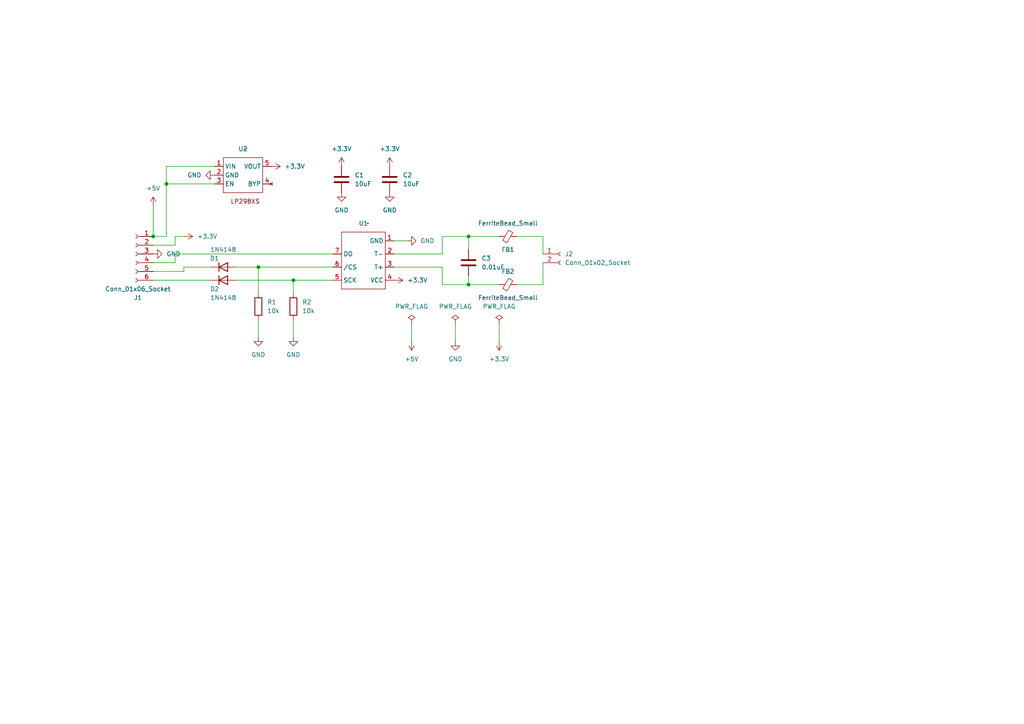
<source format=kicad_sch>
(kicad_sch (version 20230121) (generator eeschema)
  (paper "A4")
  (lib_symbols
    (symbol "Connector:Conn_01x02_Socket" (pin_names (offset 1.016) hide)
      (property "Reference" "J" (at 0 2.54 0))
      (property "Value" "Conn_01x02_Socket" (at 0 -5.08 0))
      (symbol "Conn_01x02_Socket_1_1"
        (arc (start 0 -2.032) (mid -0.5058 -2.54) (end 0 -3.048) (stroke (width 0.1524)))
        (polyline (pts (xy -1.27 -2.54) (xy -0.508 -2.54)) (stroke (width 0.1524)))
        (polyline (pts (xy -1.27 0) (xy -0.508 0)) (stroke (width 0.1524)))
        (arc (start 0 0.508) (mid -0.5058 0) (end 0 -0.508) (stroke (width 0.1524)))
        (pin passive line (at -5.08 0 0) (length 3.81) (name "Pin_1") (number "1"))
        (pin passive line (at -5.08 -2.54 0) (length 3.81) (name "Pin_2") (number "2"))
      )
    )
    (symbol "Connector:Conn_01x06_Socket" (pin_names (offset 1.016) hide)
      (property "Reference" "J" (at 0 7.62 0))
      (property "Value" "Conn_01x06_Socket" (at 0 -10.16 0))
      (symbol "Conn_01x06_Socket_1_1"
        (arc (start 0 -7.112) (mid -0.5058 -7.62) (end 0 -8.128) (stroke (width 0.1524)))
        (arc (start 0 -4.572) (mid -0.5058 -5.08) (end 0 -5.588) (stroke (width 0.1524)))
        (arc (start 0 -2.032) (mid -0.5058 -2.54) (end 0 -3.048) (stroke (width 0.1524)))
        (polyline (pts (xy -1.27 -7.62) (xy -0.508 -7.62)) (stroke (width 0.1524)))
        (polyline (pts (xy -1.27 -5.08) (xy -0.508 -5.08)) (stroke (width 0.1524)))
        (polyline (pts (xy -1.27 -2.54) (xy -0.508 -2.54)) (stroke (width 0.1524)))
        (polyline (pts (xy -1.27 0) (xy -0.508 0)) (stroke (width 0.1524)))
        (polyline (pts (xy -1.27 2.54) (xy -0.508 2.54)) (stroke (width 0.1524)))
        (polyline (pts (xy -1.27 5.08) (xy -0.508 5.08)) (stroke (width 0.1524)))
        (arc (start 0 0.508) (mid -0.5058 0) (end 0 -0.508) (stroke (width 0.1524)))
        (arc (start 0 3.048) (mid -0.5058 2.54) (end 0 2.032) (stroke (width 0.1524)))
        (arc (start 0 5.588) (mid -0.5058 5.08) (end 0 4.572) (stroke (width 0.1524)))
        (pin passive line (at -5.08 5.08 0) (length 3.81) (name "Pin_1") (number "1"))
        (pin passive line (at -5.08 2.54 0) (length 3.81) (name "Pin_2") (number "2"))
        (pin passive line (at -5.08 0 0) (length 3.81) (name "Pin_3") (number "3"))
        (pin passive line (at -5.08 -2.54 0) (length 3.81) (name "Pin_4") (number "4"))
        (pin passive line (at -5.08 -5.08 0) (length 3.81) (name "Pin_5") (number "5"))
        (pin passive line (at -5.08 -7.62 0) (length 3.81) (name "Pin_6") (number "6"))
      )
    )
    (symbol "Device:C" (pin_numbers hide) (pin_names (offset 0.254))
      (property "Reference" "C" (at 0.635 2.54 0))
      (property "Value" "C" (at 0.635 -2.54 0))
      (symbol "C_0_1"
        (polyline (pts (xy -2.032 -0.762) (xy 2.032 -0.762)) (stroke (width 0.508)))
        (polyline (pts (xy -2.032 0.762) (xy 2.032 0.762)) (stroke (width 0.508)))
      )
      (symbol "C_1_1"
        (pin passive line (at 0 3.81 270) (length 2.794) (name "~") (number "1"))
        (pin passive line (at 0 -3.81 90) (length 2.794) (name "~") (number "2"))
      )
    )
    (symbol "Device:D" (pin_numbers hide) (pin_names (offset 1.016) hide)
      (property "Reference" "D" (at 0 2.54 0))
      (property "Value" "D" (at 0 -2.54 0))
      (symbol "D_0_1"
        (polyline (pts (xy -1.27 1.27) (xy -1.27 -1.27)) (stroke (width 0.254)))
        (polyline (pts (xy 1.27 0) (xy -1.27 0)))
        (polyline (pts (xy 1.27 1.27) (xy 1.27 -1.27) (xy -1.27 0) (xy 1.27 1.27)) (stroke (width 0.254)))
      )
      (symbol "D_1_1"
        (pin passive line (at -3.81 0 0) (length 2.54) (name "K") (number "1"))
        (pin passive line (at 3.81 0 180) (length 2.54) (name "A") (number "2"))
      )
    )
    (symbol "Device:FerriteBead_Small" (pin_numbers hide) (pin_names (offset 0))
      (property "Reference" "FB" (at 1.905 1.27 0))
      (property "Value" "FerriteBead_Small" (at 1.905 -1.27 0))
      (symbol "FerriteBead_Small_0_1"
        (polyline (pts (xy 0 -1.27) (xy 0 -0.7874)))
        (polyline (pts (xy 0 0.889) (xy 0 1.2954)))
        (polyline (pts (xy -1.8288 0.2794) (xy -1.1176 1.4986) (xy 1.8288 -0.2032) (xy 1.1176 -1.4224) (xy -1.8288 0.2794)))
      )
      (symbol "FerriteBead_Small_1_1"
        (pin passive line (at 0 2.54 270) (length 1.27) (name "~") (number "1"))
        (pin passive line (at 0 -2.54 90) (length 1.27) (name "~") (number "2"))
      )
    )
    (symbol "Device:R" (pin_numbers hide) (pin_names (offset 0))
      (property "Reference" "R" (at 2.032 0 90))
      (property "Value" "R" (at 0 0 90))
      (symbol "R_0_1"
        (rectangle (start -1.016 -2.54) (end 1.016 2.54) (stroke (width 0.254)))
      )
      (symbol "R_1_1"
        (pin passive line (at 0 3.81 270) (length 1.27) (name "~") (number "1"))
        (pin passive line (at 0 -3.81 90) (length 1.27) (name "~") (number "2"))
      )
    )
    (symbol "LP298XS:LP298XS"
      (property "Reference" "U" (at 0 0 0))
      (symbol "LP298XS_0_1"
        (rectangle (start -6.35 -2.54) (end 5.08 -12.7))
      )
      (symbol "LP298XS_1_1"
        (text "LP298XS" (at 0 -15.24 0) (effects (font (size 1.27 1.27))))
        (pin power_in line (at -8.89 -5.08 0) (length 2.54) (name "VIN") (number "1"))
        (pin power_in line (at -8.89 -7.62 0) (length 2.54) (name "GND") (number "2"))
        (pin power_in line (at -8.89 -10.16 0) (length 2.54) (name "EN") (number "3"))
        (pin no_connect line (at 7.62 -10.16 180) (length 2.54) (name "BYP") (number "4"))
        (pin power_in line (at 7.62 -5.08 180) (length 2.54) (name "VOUT") (number "5"))
      )
    )
    (symbol "MAX31855:MAX31855"
      (property "Reference" "U" (at 0 0 0))
      (symbol "MAX31855_0_1"
        (rectangle (start -5.08 -2.54) (end 7.62 -19.05))
      )
      (symbol "MAX31855_1_1"
        (pin power_in line (at -7.62 -5.08 0) (length 2.54) (name "GND") (number "1"))
        (pin input line (at -7.62 -8.89 0) (length 2.54) (name "T-") (number "2"))
        (pin output line (at -7.62 -12.7 0) (length 2.54) (name "T+") (number "3"))
        (pin power_in line (at -7.62 -16.51 0) (length 2.54) (name "VCC") (number "4"))
        (pin input line (at 10.16 -16.51 180) (length 2.54) (name "SCK") (number "5"))
        (pin input line (at 10.16 -12.7 180) (length 2.54) (name "/CS") (number "6"))
        (pin output line (at 10.16 -8.89 180) (length 2.54) (name "DO") (number "7"))
      )
    )
    (symbol "power:+3.3V" (power) (pin_names (offset 0))
      (property "Value" "+3.3V" (at 0 3.556 0))
      (symbol "+3.3V_0_1"
        (polyline (pts (xy -0.762 1.27) (xy 0 2.54)))
        (polyline (pts (xy 0 0) (xy 0 2.54)))
        (polyline (pts (xy 0 2.54) (xy 0.762 1.27)))
      )
      (symbol "+3.3V_1_1"
        (pin power_in line (at 0 0 90) (length 0) hide (name "+3.3V") (number "1"))
      )
    )
    (symbol "power:+5V" (power) (pin_names (offset 0))
      (property "Value" "+5V" (at 0 3.556 0))
      (symbol "+5V_0_1"
        (polyline (pts (xy -0.762 1.27) (xy 0 2.54)))
        (polyline (pts (xy 0 0) (xy 0 2.54)))
        (polyline (pts (xy 0 2.54) (xy 0.762 1.27)))
      )
      (symbol "+5V_1_1"
        (pin power_in line (at 0 0 90) (length 0) hide (name "+5V") (number "1"))
      )
    )
    (symbol "power:GND" (power) (pin_names (offset 0))
      (property "Value" "GND" (at 0 -3.81 0))
      (symbol "GND_0_1"
        (polyline (pts (xy 0 0) (xy 0 -1.27) (xy 1.27 -1.27) (xy 0 -2.54) (xy -1.27 -1.27) (xy 0 -1.27)))
      )
      (symbol "GND_1_1"
        (pin power_in line (at 0 0 270) (length 0) hide (name "GND") (number "1"))
      )
    )
    (symbol "power:PWR_FLAG" (power) (pin_numbers hide) (pin_names (offset 0) hide)
      (property "Value" "PWR_FLAG" (at 0 3.81 0))
      (symbol "PWR_FLAG_0_0"
        (pin power_out line (at 0 0 90) (length 0) (name "pwr") (number "1"))
      )
      (symbol "PWR_FLAG_0_1"
        (polyline (pts (xy 0 0) (xy 0 1.27) (xy -1.016 1.905) (xy 0 2.54) (xy 1.016 1.905) (xy 0 1.27)))
      )
    )
  )
  (junction (at 85.09 81.28))
  (junction (at 44.45 68.58))
  (junction (at 48.26 53.34))
  (junction (at 135.89 68.58))
  (junction (at 135.89 82.55))
  (junction (at 74.93 77.47))
  (wire (pts (xy 74.93 92.71) (xy 74.93 97.79)))
  (wire (pts (xy 135.89 68.58) (xy 144.78 68.58)))
  (wire (pts (xy 50.8 71.12) (xy 50.8 68.58)))
  (wire (pts (xy 48.26 53.34) (xy 62.23 53.34)))
  (wire (pts (xy 53.34 77.47) (xy 53.34 78.74)))
  (wire (pts (xy 43.18 68.58) (xy 44.45 68.58)))
  (wire (pts (xy 44.45 76.2) (xy 50.8 76.2)))
  (wire (pts (xy 74.93 77.47) (xy 74.93 85.09)))
  (wire (pts (xy 132.08 93.98) (xy 132.08 99.06)))
  (wire (pts (xy 68.58 77.47) (xy 74.93 77.47)))
  (wire (pts (xy 135.89 68.58) (xy 135.89 72.39)))
  (wire (pts (xy 48.26 48.26) (xy 62.23 48.26)))
  (wire (pts (xy 128.27 82.55) (xy 135.89 82.55)))
  (wire (pts (xy 128.27 73.66) (xy 114.3 73.66)))
  (wire (pts (xy 128.27 68.58) (xy 128.27 73.66)))
  (wire (pts (xy 135.89 82.55) (xy 144.78 82.55)))
  (wire (pts (xy 114.3 69.85) (xy 118.11 69.85)))
  (wire (pts (xy 50.8 73.66) (xy 96.52 73.66)))
  (wire (pts (xy 85.09 81.28) (xy 85.09 85.09)))
  (wire (pts (xy 119.38 93.98) (xy 119.38 99.06)))
  (wire (pts (xy 144.78 93.98) (xy 144.78 99.06)))
  (wire (pts (xy 74.93 77.47) (xy 96.52 77.47)))
  (wire (pts (xy 44.45 68.58) (xy 48.26 68.58)))
  (wire (pts (xy 53.34 78.74) (xy 44.45 78.74)))
  (wire (pts (xy 50.8 76.2) (xy 50.8 73.66)))
  (wire (pts (xy 157.48 68.58) (xy 157.48 73.66)))
  (wire (pts (xy 44.45 71.12) (xy 50.8 71.12)))
  (wire (pts (xy 128.27 68.58) (xy 135.89 68.58)))
  (wire (pts (xy 85.09 92.71) (xy 85.09 97.79)))
  (wire (pts (xy 114.3 77.47) (xy 128.27 77.47)))
  (wire (pts (xy 44.45 81.28) (xy 60.96 81.28)))
  (wire (pts (xy 44.45 59.69) (xy 44.45 68.58)))
  (wire (pts (xy 135.89 80.01) (xy 135.89 82.55)))
  (wire (pts (xy 68.58 81.28) (xy 85.09 81.28)))
  (wire (pts (xy 60.96 77.47) (xy 53.34 77.47)))
  (wire (pts (xy 128.27 77.47) (xy 128.27 82.55)))
  (wire (pts (xy 157.48 82.55) (xy 157.48 76.2)))
  (wire (pts (xy 85.09 81.28) (xy 96.52 81.28)))
  (wire (pts (xy 48.26 68.58) (xy 48.26 53.34)))
  (wire (pts (xy 149.86 82.55) (xy 157.48 82.55)))
  (wire (pts (xy 50.8 68.58) (xy 53.34 68.58)))
  (wire (pts (xy 48.26 53.34) (xy 48.26 48.26)))
  (wire (pts (xy 149.86 68.58) (xy 157.48 68.58)))
  (symbol (lib_id "MAX31855:MAX31855") (at 106.68 64.77 0) (mirror y) (unit 1)
    (property "Reference" "U1" (at 105.41 64.77 0))
    (property "Value" "~" (at 106.68 64.77 0))
    (property "Footprint" "Package_SO:SOIC-8_3.9x4.9mm_P1.27mm" (effects hide))
  )
  (symbol (lib_id "Device:FerriteBead_Small") (at 147.32 82.55 90) (unit 1)
    (property "Reference" "FB2" (at 147.32 78.74 90))
    (property "Value" "FerriteBead_Small" (at 147.32 86.36 90))
    (property "Footprint" "Capacitor_SMD:C_0603_1608Metric" (effects hide))
  )
  (symbol (lib_id "Device:C") (at 99.06 52.07 0) (unit 1)
    (property "Reference" "C1" (at 102.87 50.8 0) (effects (justify left)))
    (property "Value" "10uF" (at 102.87 53.34 0) (effects (justify left)))
    (property "Footprint" "Capacitor_SMD:C_0603_1608Metric" (effects hide))
  )
  (symbol (lib_id "power:+3.3V") (at 99.06 48.26 0) (unit 1)
    (property "Reference" "#PWR07" (effects hide))
    (property "Value" "+3.3V" (at 99.06 43.18 0))
  )
  (symbol (lib_id "power:+5V") (at 119.38 99.06 180) (unit 1)
    (property "Reference" "#PWR014" (effects hide))
    (property "Value" "+5V" (at 119.38 104.14 0))
  )
  (symbol (lib_id "power:GND") (at 99.06 55.88 0) (unit 1)
    (property "Reference" "#PWR013" (effects hide))
    (property "Value" "GND" (at 99.06 60.96 0))
  )
  (symbol (lib_id "Device:C") (at 135.89 76.2 0) (unit 1)
    (property "Reference" "C3" (at 139.7 74.93 0) (effects (justify left)))
    (property "Value" "0.01uF" (at 139.7 77.47 0) (effects (justify left)))
    (property "Footprint" "Capacitor_SMD:C_0603_1608Metric" (effects hide))
  )
  (symbol (lib_id "power:GND") (at 44.45 73.66 90) (unit 1)
    (property "Reference" "#PWR04" (effects hide))
    (property "Value" "GND" (at 48.26 73.66 90) (effects (justify right)))
  )
  (symbol (lib_id "power:PWR_FLAG") (at 132.08 93.98 0) (unit 1)
    (property "Reference" "#FLG02" (effects hide))
    (property "Value" "PWR_FLAG" (at 132.08 88.9 0))
  )
  (symbol (lib_id "Device:FerriteBead_Small") (at 147.32 68.58 90) (unit 1)
    (property "Reference" "FB1" (at 147.32 72.39 90))
    (property "Value" "FerriteBead_Small" (at 147.32 64.77 90))
    (property "Footprint" "Capacitor_SMD:C_0603_1608Metric" (effects hide))
  )
  (symbol (lib_id "power:+3.3V") (at 114.3 81.28 270) (unit 1)
    (property "Reference" "#PWR012" (effects hide))
    (property "Value" "+3.3V" (at 118.11 81.28 90) (effects (justify left)))
  )
  (symbol (lib_id "power:+3.3V") (at 144.78 99.06 180) (unit 1)
    (property "Reference" "#PWR016" (effects hide))
    (property "Value" "+3.3V" (at 144.78 104.14 0))
  )
  (symbol (lib_id "Connector:Conn_01x06_Socket") (at 39.37 73.66 0) (mirror y) (unit 1)
    (property "Reference" "J1" (at 40.005 86.36 0))
    (property "Value" "Conn_01x06_Socket" (at 40.005 83.82 0))
    (property "Footprint" "Connector_PinSocket_2.54mm:PinSocket_1x06_P2.54mm_Vertical" (effects hide))
  )
  (symbol (lib_id "Device:C") (at 113.03 52.07 0) (unit 1)
    (property "Reference" "C2" (at 116.84 50.8 0) (effects (justify left)))
    (property "Value" "10uF" (at 116.84 53.34 0) (effects (justify left)))
    (property "Footprint" "Capacitor_SMD:C_0603_1608Metric" (effects hide))
  )
  (symbol (lib_id "Device:R") (at 74.93 88.9 0) (unit 1)
    (property "Reference" "R1" (at 77.47 87.63 0) (effects (justify left)))
    (property "Value" "10k" (at 77.47 90.17 0) (effects (justify left)))
    (property "Footprint" "Resistor_SMD:R_0603_1608Metric" (effects hide))
  )
  (symbol (lib_id "power:+3.3V") (at 113.03 48.26 0) (unit 1)
    (property "Reference" "#PWR08" (effects hide))
    (property "Value" "+3.3V" (at 113.03 43.18 0))
  )
  (symbol (lib_id "power:PWR_FLAG") (at 119.38 93.98 0) (unit 1)
    (property "Reference" "#FLG01" (effects hide))
    (property "Value" "PWR_FLAG" (at 119.38 88.9 0))
  )
  (symbol (lib_id "power:+3.3V") (at 78.74 48.26 270) (unit 1)
    (property "Reference" "#PWR06" (effects hide))
    (property "Value" "+3.3V" (at 82.55 48.26 90) (effects (justify left)))
  )
  (symbol (lib_id "power:+3.3V") (at 53.34 68.58 270) (unit 1)
    (property "Reference" "#PWR09" (effects hide))
    (property "Value" "+3.3V" (at 57.15 68.58 90) (effects (justify left)))
  )
  (symbol (lib_id "Device:R") (at 85.09 88.9 0) (unit 1)
    (property "Reference" "R2" (at 87.63 87.63 0) (effects (justify left)))
    (property "Value" "10k" (at 87.63 90.17 0) (effects (justify left)))
    (property "Footprint" "Resistor_SMD:R_0603_1608Metric" (effects hide))
  )
  (symbol (lib_id "power:GND") (at 132.08 99.06 0) (unit 1)
    (property "Reference" "#PWR015" (effects hide))
    (property "Value" "GND" (at 132.08 104.14 0))
  )
  (symbol (lib_id "power:PWR_FLAG") (at 144.78 93.98 0) (unit 1)
    (property "Reference" "#FLG03" (effects hide))
    (property "Value" "PWR_FLAG" (at 144.78 88.9 0))
  )
  (symbol (lib_id "Device:D") (at 64.77 77.47 0) (unit 1)
    (property "Reference" "D1" (at 62.23 74.93 0))
    (property "Value" "1N4148" (at 64.77 72.39 0))
    (property "Footprint" "Diode_SMD:D_0603_1608Metric" (effects hide))
    (property "Sim.Device" "D" (effects hide))
    (property "Sim.Pins" "1=K 2=A" (effects hide))
  )
  (symbol (lib_id "power:GND") (at 113.03 55.88 0) (unit 1)
    (property "Reference" "#PWR010" (effects hide))
    (property "Value" "GND" (at 113.03 60.96 0))
  )
  (symbol (lib_id "power:GND") (at 118.11 69.85 90) (unit 1)
    (property "Reference" "#PWR03" (effects hide))
    (property "Value" "GND" (at 121.92 69.85 90) (effects (justify right)))
  )
  (symbol (lib_id "power:+5V") (at 44.45 59.69 0) (unit 1)
    (property "Reference" "#PWR011" (effects hide))
    (property "Value" "+5V" (at 44.45 54.61 0))
  )
  (symbol (lib_id "power:GND") (at 74.93 97.79 0) (unit 1)
    (property "Reference" "#PWR01" (effects hide))
    (property "Value" "GND" (at 74.93 102.87 0))
  )
  (symbol (lib_id "power:GND") (at 85.09 97.79 0) (unit 1)
    (property "Reference" "#PWR02" (effects hide))
    (property "Value" "GND" (at 85.09 102.87 0))
  )
  (symbol (lib_id "power:GND") (at 62.23 50.8 270) (unit 1)
    (property "Reference" "#PWR05" (effects hide))
    (property "Value" "GND" (at 58.42 50.8 90) (effects (justify right)))
  )
  (symbol (lib_id "Connector:Conn_01x02_Socket") (at 162.56 73.66 0) (unit 1)
    (property "Reference" "J2" (at 163.83 73.66 0) (effects (justify left)))
    (property "Value" "Conn_01x02_Socket" (at 163.83 76.2 0) (effects (justify left)))
    (property "Footprint" "Connector_PinSocket_2.00mm:PinSocket_1x02_P2.00mm_Vertical" (effects hide))
  )
  (symbol (lib_id "Device:D") (at 64.77 81.28 0) (unit 1)
    (property "Reference" "D2" (at 62.23 83.82 0))
    (property "Value" "1N4148" (at 64.77 86.36 0))
    (property "Footprint" "Diode_SMD:D_0603_1608Metric" (effects hide))
    (property "Sim.Device" "D" (effects hide))
    (property "Sim.Pins" "1=K 2=A" (effects hide))
  )
  (symbol (lib_id "LP298XS:LP298XS") (at 71.12 43.18 0) (unit 1)
    (property "Reference" "U2" (at 70.485 43.18 0))
    (property "Value" "~" (at 71.12 43.18 0))
    (property "Footprint" "LP298XS:LP298XS" (effects hide))
  )
)
</source>
